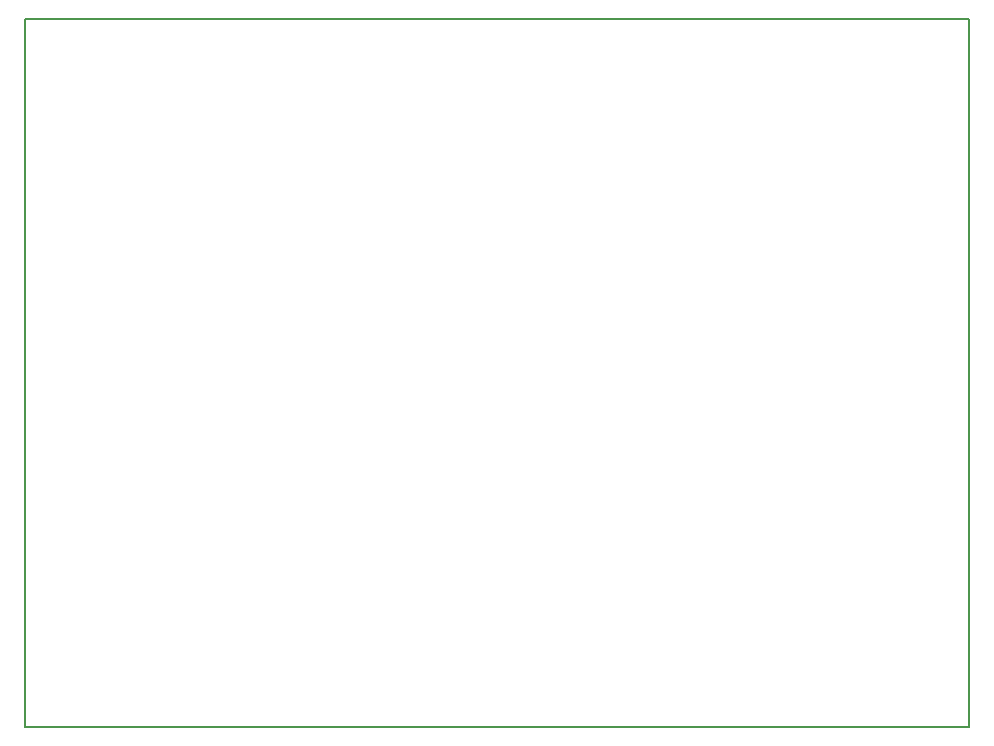
<source format=gm1>
%TF.GenerationSoftware,KiCad,Pcbnew,9.0.7*%
%TF.CreationDate,2026-02-12T17:34:39-06:00*%
%TF.ProjectId,ESP32_Simple_IoT,45535033-325f-4536-996d-706c655f496f,rev?*%
%TF.SameCoordinates,Original*%
%TF.FileFunction,Profile,NP*%
%FSLAX46Y46*%
G04 Gerber Fmt 4.6, Leading zero omitted, Abs format (unit mm)*
G04 Created by KiCad (PCBNEW 9.0.7) date 2026-02-12 17:34:39*
%MOMM*%
%LPD*%
G01*
G04 APERTURE LIST*
%TA.AperFunction,Profile*%
%ADD10C,0.150000*%
%TD*%
G04 APERTURE END LIST*
D10*
X0Y0D02*
X80000000Y0D01*
X80000000Y-60000000D01*
X0Y-60000000D01*
X0Y0D01*
M02*

</source>
